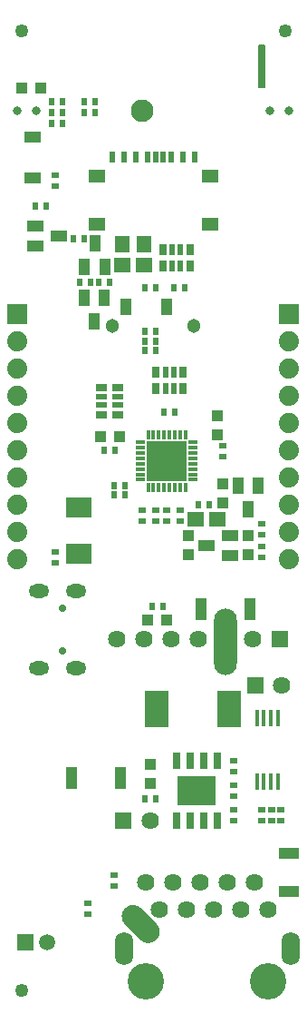
<source format=gbr>
G04 #@! TF.GenerationSoftware,KiCad,Pcbnew,5.1.6-c6e7f7d~87~ubuntu18.04.1*
G04 #@! TF.CreationDate,2021-09-16T13:53:07+03:00*
G04 #@! TF.ProjectId,ESP32-PoE-ISO_Rev_G,45535033-322d-4506-9f45-2d49534f5f52,G*
G04 #@! TF.SameCoordinates,Original*
G04 #@! TF.FileFunction,Soldermask,Bot*
G04 #@! TF.FilePolarity,Negative*
%FSLAX46Y46*%
G04 Gerber Fmt 4.6, Leading zero omitted, Abs format (unit mm)*
G04 Created by KiCad (PCBNEW 5.1.6-c6e7f7d~87~ubuntu18.04.1) date 2021-09-16 13:53:07*
%MOMM*%
%LPD*%
G01*
G04 APERTURE LIST*
%ADD10C,0.801600*%
%ADD11C,2.101600*%
%ADD12R,1.117600X1.117600*%
%ADD13R,0.601600X0.651600*%
%ADD14R,1.117600X2.133600*%
%ADD15C,1.625600*%
%ADD16R,1.625600X1.625600*%
%ADD17R,1.501600X1.501600*%
%ADD18C,1.501600*%
%ADD19R,2.301600X3.501600*%
%ADD20R,0.651600X0.601600*%
%ADD21R,1.371600X1.625600*%
%ADD22C,1.254000*%
%ADD23R,1.501600X1.101600*%
%ADD24C,1.879600*%
%ADD25R,1.879600X1.879600*%
%ADD26R,1.101600X1.501600*%
%ADD27R,1.625600X1.371600*%
%ADD28R,1.879600X1.117600*%
%ADD29R,0.601600X1.101600*%
%ADD30R,1.601600X1.301600*%
%ADD31R,0.482600X1.117600*%
%ADD32R,0.736600X1.117600*%
%ADD33R,3.701600X3.701600*%
%ADD34R,0.501600X0.501600*%
%ADD35R,1.524000X1.524000*%
%ADD36R,0.351600X0.901600*%
%ADD37R,0.901600X0.351600*%
%ADD38O,2.133600X6.197600*%
%ADD39C,1.301600*%
%ADD40R,1.117600X0.482600*%
%ADD41R,1.117600X0.736600*%
%ADD42C,0.701600*%
%ADD43O,1.901600X1.301600*%
%ADD44R,2.387600X1.879600*%
%ADD45C,3.401601*%
%ADD46O,1.701600X3.101599*%
%ADD47R,0.451600X1.601600*%
%ADD48R,3.601600X2.701600*%
%ADD49R,0.701600X1.501600*%
%ADD50C,1.901600*%
%ADD51C,0.203200*%
G04 APERTURE END LIST*
D10*
X115059000Y-104267000D03*
X116859000Y-104267000D03*
X91421000Y-104267000D03*
X93221000Y-104267000D03*
D11*
X103140000Y-104235000D03*
D12*
X91821000Y-102108000D03*
X93599000Y-102108000D03*
D13*
X97663000Y-103378000D03*
X98679000Y-103378000D03*
D14*
X101092000Y-166497000D03*
X96520000Y-166497000D03*
X113157000Y-150749000D03*
X108585000Y-150749000D03*
D15*
X113411000Y-153543000D03*
D16*
X115951000Y-153543000D03*
D15*
X108331000Y-153543000D03*
X105791000Y-153543000D03*
X100711000Y-153543000D03*
X103251000Y-153543000D03*
D17*
X92209620Y-181759860D03*
D18*
X94221300Y-181757320D03*
D19*
X104423000Y-160020000D03*
X111223000Y-160020000D03*
D15*
X103866000Y-170434000D03*
D16*
X101366000Y-170434000D03*
D20*
X94996000Y-145415000D03*
X94996000Y-146431000D03*
G36*
G01*
X102935679Y-181571462D02*
X101498838Y-180134622D01*
G75*
G02*
X101498838Y-178625938I754342J754342D01*
G01*
X101498838Y-178625938D01*
G75*
G02*
X103007522Y-178625938I754342J-754342D01*
G01*
X104444362Y-180062778D01*
G75*
G02*
X104444362Y-181571462I-754342J-754342D01*
G01*
X104444362Y-181571462D01*
G75*
G02*
X102935678Y-181571462I-754342J754342D01*
G01*
G37*
D13*
X94615000Y-104394000D03*
X95631000Y-104394000D03*
X94615000Y-103378000D03*
X95631000Y-103378000D03*
X95631000Y-105410000D03*
X94615000Y-105410000D03*
D12*
X105410000Y-151765000D03*
X103632000Y-151765000D03*
D20*
X114300000Y-142748000D03*
X114300000Y-143764000D03*
D12*
X113030000Y-143891000D03*
X113030000Y-145669000D03*
D21*
X103251000Y-116713000D03*
X101219000Y-116713000D03*
D22*
X91821000Y-186309000D03*
X116459000Y-96774000D03*
X91821000Y-96774000D03*
D13*
X106172000Y-132334000D03*
X105156000Y-132334000D03*
X99568000Y-135890000D03*
X100584000Y-135890000D03*
X101473000Y-139192000D03*
X100457000Y-139192000D03*
X109347000Y-140970000D03*
X108331000Y-140970000D03*
X94107000Y-113157000D03*
X93091000Y-113157000D03*
D20*
X94996000Y-111252000D03*
X94996000Y-110236000D03*
D13*
X104394000Y-126619000D03*
X103378000Y-126619000D03*
X104394000Y-124841000D03*
X103378000Y-124841000D03*
X104394000Y-120777000D03*
X103378000Y-120777000D03*
X104394000Y-125730000D03*
X103378000Y-125730000D03*
X100457000Y-140081000D03*
X101473000Y-140081000D03*
D20*
X110617000Y-136525000D03*
X110617000Y-135509000D03*
X105410000Y-141478000D03*
X105410000Y-142494000D03*
X106680000Y-142494000D03*
X106680000Y-141478000D03*
X103124000Y-142494000D03*
X103124000Y-141478000D03*
X104394000Y-142494000D03*
X104394000Y-141478000D03*
X114300000Y-145923000D03*
X114300000Y-144907000D03*
D13*
X105029000Y-150495000D03*
X104013000Y-150495000D03*
X96647000Y-116205000D03*
X97663000Y-116205000D03*
D23*
X111343440Y-143830040D03*
X111343440Y-145732500D03*
X109133640Y-144777460D03*
D24*
X116840000Y-146080000D03*
X116840000Y-143540000D03*
X116840000Y-138460000D03*
X116840000Y-141000000D03*
X116840000Y-135920000D03*
X116840000Y-133380000D03*
D25*
X116840000Y-123220000D03*
D24*
X116840000Y-125760000D03*
X116840000Y-128300000D03*
X116840000Y-130840000D03*
X91440000Y-130840000D03*
X91440000Y-128300000D03*
X91440000Y-125760000D03*
D25*
X91440000Y-123220000D03*
D24*
X91440000Y-133380000D03*
X91440000Y-135920000D03*
X91440000Y-141000000D03*
X91440000Y-138460000D03*
X91440000Y-143540000D03*
X91440000Y-146080000D03*
D26*
X99628960Y-118836440D03*
X97726500Y-118836440D03*
X98681540Y-116626640D03*
D27*
X101219000Y-118618000D03*
X103251000Y-118618000D03*
D28*
X116840000Y-177038000D03*
X116840000Y-173482000D03*
D29*
X100290000Y-108587000D03*
X101390000Y-108587000D03*
X102490000Y-108587000D03*
X103590000Y-108587000D03*
X104340000Y-108587000D03*
X105040000Y-108587000D03*
X105790000Y-108587000D03*
X106890000Y-108587000D03*
X107990000Y-108587000D03*
D30*
X109440000Y-110337000D03*
X98840000Y-110337000D03*
X109440000Y-114787000D03*
X98840000Y-114787000D03*
D12*
X110109000Y-134493000D03*
X110109000Y-132715000D03*
X99187000Y-134620000D03*
X100965000Y-134620000D03*
X107442000Y-143891000D03*
X107442000Y-145669000D03*
X110617000Y-140843000D03*
X110617000Y-139065000D03*
D31*
X106045000Y-128651000D03*
X105283000Y-128651000D03*
X106045000Y-130175000D03*
X105283000Y-130175000D03*
D32*
X106934000Y-128651000D03*
X106934000Y-130175000D03*
X104394000Y-128651000D03*
X104394000Y-130175000D03*
D26*
X97663000Y-121666000D03*
X99565460Y-121666000D03*
X98610420Y-123875800D03*
D27*
X110109000Y-142367000D03*
X108077000Y-142367000D03*
D13*
X98679000Y-104394000D03*
X97663000Y-104394000D03*
D26*
X105405000Y-122555000D03*
X101605000Y-122555000D03*
D13*
X106045000Y-120777000D03*
X107061000Y-120777000D03*
D33*
X105410000Y-136906000D03*
D34*
X106710000Y-137406000D03*
X106710000Y-136406000D03*
X105910000Y-135606000D03*
X104910000Y-135606000D03*
X104110000Y-136406000D03*
X104110000Y-137406000D03*
X104910000Y-138206000D03*
X105910000Y-138206000D03*
D35*
X105410000Y-136906000D03*
D36*
X103660000Y-139356000D03*
X104160000Y-139356000D03*
X104660000Y-139356000D03*
X105160000Y-139356000D03*
X105660000Y-139356000D03*
X106160000Y-139356000D03*
X106660000Y-139356000D03*
X107160000Y-139356000D03*
D37*
X107860000Y-138656000D03*
X107860000Y-138156000D03*
X107860000Y-137656000D03*
X107860000Y-137156000D03*
X107860000Y-136656000D03*
X107860000Y-136156000D03*
X107860000Y-135656000D03*
X107860000Y-135156000D03*
D36*
X107160000Y-134456000D03*
X106660000Y-134456000D03*
X106160000Y-134456000D03*
X105660000Y-134456000D03*
X105160000Y-134456000D03*
X104660000Y-134456000D03*
X104160000Y-134456000D03*
X103660000Y-134456000D03*
D37*
X102960000Y-135156000D03*
X102960000Y-135656000D03*
X102960000Y-136156000D03*
X102960000Y-136656000D03*
X102960000Y-137156000D03*
X102960000Y-137656000D03*
X102960000Y-138156000D03*
X102960000Y-138656000D03*
D13*
X100076000Y-120269000D03*
X99060000Y-120269000D03*
X98298000Y-120269000D03*
X97282000Y-120269000D03*
D23*
X95334000Y-115951000D03*
X93134000Y-115001000D03*
X93134000Y-116901000D03*
D26*
X113027460Y-141437360D03*
X113982500Y-139227560D03*
X112080040Y-139227560D03*
D32*
X105029000Y-118745000D03*
X105029000Y-117221000D03*
X107569000Y-118745000D03*
X107569000Y-117221000D03*
D31*
X105918000Y-118745000D03*
X106680000Y-118745000D03*
X105918000Y-117221000D03*
X106680000Y-117221000D03*
D38*
X110871000Y-153733500D03*
D39*
X107950000Y-124333000D03*
X100330000Y-124333000D03*
D40*
X99314000Y-130937000D03*
X99314000Y-131699000D03*
X100838000Y-130937000D03*
X100838000Y-131699000D03*
D41*
X99314000Y-130048000D03*
X100838000Y-130048000D03*
X99314000Y-132588000D03*
X100838000Y-132588000D03*
D42*
X95626000Y-150654000D03*
X95626000Y-154654000D03*
D43*
X93476000Y-149054000D03*
X96946000Y-149054000D03*
X96946000Y-156254000D03*
X93476000Y-156254000D03*
D44*
X97155000Y-145560000D03*
X97155000Y-141206000D03*
D45*
X114915000Y-185443000D03*
X103485000Y-185443000D03*
D46*
X117000000Y-182393000D03*
X101400000Y-182393000D03*
D15*
X114915000Y-178793000D03*
X113645000Y-176253000D03*
X112375000Y-178793000D03*
X111105000Y-176253000D03*
X109835000Y-178793000D03*
X108565000Y-176253000D03*
X107295000Y-178793000D03*
X106025000Y-176253000D03*
X104755000Y-178793000D03*
X103485000Y-176253000D03*
D23*
X92837000Y-110485000D03*
X92837000Y-106685000D03*
D20*
X100457000Y-175514000D03*
X100457000Y-176530000D03*
X98044000Y-179197000D03*
X98044000Y-178181000D03*
X111633000Y-170434000D03*
X111633000Y-169418000D03*
D15*
X116185000Y-157861000D03*
D16*
X113685000Y-157861000D03*
D20*
X114300000Y-169418000D03*
X114300000Y-170434000D03*
X116078000Y-170434000D03*
X116078000Y-169418000D03*
X115189000Y-170434000D03*
X115189000Y-169418000D03*
D13*
X103378000Y-168402000D03*
X104394000Y-168402000D03*
D20*
X111633000Y-165862000D03*
X111633000Y-164846000D03*
X111633000Y-167132000D03*
X111633000Y-168148000D03*
D47*
X115783000Y-160880000D03*
X115133000Y-160880000D03*
X114483000Y-160880000D03*
X113833000Y-160880000D03*
X113833000Y-166780000D03*
X114483000Y-166780000D03*
X115133000Y-166780000D03*
X115783000Y-166780000D03*
D48*
X108204000Y-167646000D03*
D49*
X106299000Y-170446000D03*
X107569000Y-170446000D03*
X108839000Y-170446000D03*
X110109000Y-170446000D03*
X110109000Y-164846000D03*
X108839000Y-164846000D03*
X107569000Y-164846000D03*
X106299000Y-164846000D03*
D50*
X108204000Y-167646000D03*
D12*
X103886000Y-165227000D03*
X103886000Y-167005000D03*
D51*
G36*
X114579400Y-102006400D02*
G01*
X114020600Y-102006400D01*
X114020600Y-98145600D01*
X114579400Y-98145600D01*
X114579400Y-102006400D01*
G37*
X114579400Y-102006400D02*
X114020600Y-102006400D01*
X114020600Y-98145600D01*
X114579400Y-98145600D01*
X114579400Y-102006400D01*
M02*

</source>
